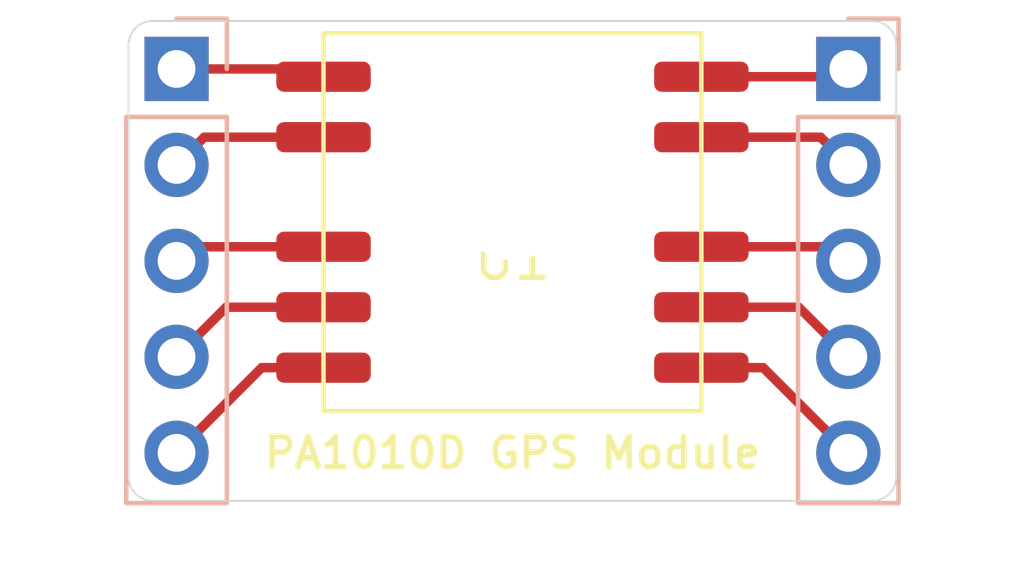
<source format=kicad_pcb>
(kicad_pcb (version 20171130) (host pcbnew "(5.1.10)-1")

  (general
    (thickness 1.6)
    (drawings 9)
    (tracks 20)
    (zones 0)
    (modules 3)
    (nets 11)
  )

  (page A4)
  (layers
    (0 F.Cu signal)
    (31 B.Cu signal)
    (32 B.Adhes user)
    (33 F.Adhes user)
    (34 B.Paste user)
    (35 F.Paste user)
    (36 B.SilkS user)
    (37 F.SilkS user)
    (38 B.Mask user)
    (39 F.Mask user)
    (40 Dwgs.User user)
    (41 Cmts.User user)
    (42 Eco1.User user)
    (43 Eco2.User user)
    (44 Edge.Cuts user)
    (45 Margin user)
    (46 B.CrtYd user)
    (47 F.CrtYd user)
    (48 B.Fab user)
    (49 F.Fab user)
  )

  (setup
    (last_trace_width 0.25)
    (trace_clearance 0.2)
    (zone_clearance 0.508)
    (zone_45_only no)
    (trace_min 0.2)
    (via_size 0.8)
    (via_drill 0.4)
    (via_min_size 0.4)
    (via_min_drill 0.3)
    (uvia_size 0.3)
    (uvia_drill 0.1)
    (uvias_allowed no)
    (uvia_min_size 0.2)
    (uvia_min_drill 0.1)
    (edge_width 0.05)
    (segment_width 0.2)
    (pcb_text_width 0.3)
    (pcb_text_size 1.5 1.5)
    (mod_edge_width 0.12)
    (mod_text_size 1 1)
    (mod_text_width 0.15)
    (pad_size 1.524 1.524)
    (pad_drill 0.762)
    (pad_to_mask_clearance 0)
    (aux_axis_origin 0 0)
    (visible_elements FFFFFF7F)
    (pcbplotparams
      (layerselection 0x010fc_ffffffff)
      (usegerberextensions false)
      (usegerberattributes true)
      (usegerberadvancedattributes true)
      (creategerberjobfile true)
      (excludeedgelayer true)
      (linewidth 0.100000)
      (plotframeref false)
      (viasonmask false)
      (mode 1)
      (useauxorigin false)
      (hpglpennumber 1)
      (hpglpenspeed 20)
      (hpglpendiameter 15.000000)
      (psnegative false)
      (psa4output false)
      (plotreference true)
      (plotvalue true)
      (plotinvisibletext false)
      (padsonsilk false)
      (subtractmaskfromsilk false)
      (outputformat 1)
      (mirror false)
      (drillshape 1)
      (scaleselection 1)
      (outputdirectory ""))
  )

  (net 0 "")
  (net 1 "Net-(J1-Pad5)")
  (net 2 "Net-(J1-Pad4)")
  (net 3 "Net-(J1-Pad3)")
  (net 4 "Net-(J1-Pad2)")
  (net 5 "Net-(J1-Pad1)")
  (net 6 "Net-(J2-Pad5)")
  (net 7 "Net-(J2-Pad4)")
  (net 8 "Net-(J2-Pad3)")
  (net 9 "Net-(J2-Pad2)")
  (net 10 "Net-(J2-Pad1)")

  (net_class Default "This is the default net class."
    (clearance 0.2)
    (trace_width 0.25)
    (via_dia 0.8)
    (via_drill 0.4)
    (uvia_dia 0.3)
    (uvia_drill 0.1)
    (add_net "Net-(J1-Pad1)")
    (add_net "Net-(J1-Pad2)")
    (add_net "Net-(J1-Pad3)")
    (add_net "Net-(J1-Pad4)")
    (add_net "Net-(J1-Pad5)")
    (add_net "Net-(J2-Pad1)")
    (add_net "Net-(J2-Pad2)")
    (add_net "Net-(J2-Pad3)")
    (add_net "Net-(J2-Pad4)")
    (add_net "Net-(J2-Pad5)")
  )

  (module PA1010D:PA1010D (layer F.Cu) (tedit 618FC127) (tstamp 61901EAC)
    (at 140.97 110.736)
    (path /61903BE1)
    (fp_text reference U1 (at 0 1) (layer F.SilkS)
      (effects (font (size 1 1) (thickness 0.15)))
    )
    (fp_text value PA1010D (at 0 -1) (layer F.Fab)
      (effects (font (size 1 1) (thickness 0.15)))
    )
    (fp_line (start -5 -5) (end 5 -5) (layer F.SilkS) (width 0.12))
    (fp_line (start 5 -5) (end 5 5) (layer F.SilkS) (width 0.12))
    (fp_line (start 5 5) (end -5 5) (layer F.SilkS) (width 0.12))
    (fp_line (start -5 5) (end -5 -5) (layer F.SilkS) (width 0.12))
    (pad "" np_thru_hole circle (at 0 -0.5) (size 3 3) (drill 3) (layers *.Cu *.Mask))
    (pad 10 smd roundrect (at 5 -3.85) (size 2.5 0.8) (layers F.Cu F.Paste F.Mask) (roundrect_rratio 0.25)
      (net 10 "Net-(J2-Pad1)"))
    (pad 9 smd roundrect (at 5 -2.25) (size 2.5 0.8) (layers F.Cu F.Paste F.Mask) (roundrect_rratio 0.25)
      (net 9 "Net-(J2-Pad2)"))
    (pad 8 smd roundrect (at 5 0.65) (size 2.5 0.8) (layers F.Cu F.Paste F.Mask) (roundrect_rratio 0.25)
      (net 8 "Net-(J2-Pad3)"))
    (pad 7 smd roundrect (at 5 2.25) (size 2.5 0.8) (layers F.Cu F.Paste F.Mask) (roundrect_rratio 0.25)
      (net 7 "Net-(J2-Pad4)"))
    (pad 6 smd roundrect (at 5 3.85) (size 2.5 0.8) (layers F.Cu F.Paste F.Mask) (roundrect_rratio 0.25)
      (net 6 "Net-(J2-Pad5)"))
    (pad 5 smd roundrect (at -5 3.85) (size 2.5 0.8) (layers F.Cu F.Paste F.Mask) (roundrect_rratio 0.25)
      (net 1 "Net-(J1-Pad5)"))
    (pad 4 smd roundrect (at -5 2.25) (size 2.5 0.8) (layers F.Cu F.Paste F.Mask) (roundrect_rratio 0.25)
      (net 2 "Net-(J1-Pad4)"))
    (pad 3 smd roundrect (at -5 0.65) (size 2.5 0.8) (layers F.Cu F.Paste F.Mask) (roundrect_rratio 0.25)
      (net 3 "Net-(J1-Pad3)"))
    (pad 2 smd roundrect (at -5 -2.25) (size 2.5 0.8) (layers F.Cu F.Paste F.Mask) (roundrect_rratio 0.25)
      (net 4 "Net-(J1-Pad2)"))
    (pad 1 smd roundrect (at -5 -3.85) (size 2.5 0.8) (layers F.Cu F.Paste F.Mask) (roundrect_rratio 0.25)
      (net 5 "Net-(J1-Pad1)"))
  )

  (module Connector_PinHeader_2.54mm:PinHeader_1x05_P2.54mm_Vertical (layer B.Cu) (tedit 59FED5CC) (tstamp 61901E99)
    (at 149.86 106.68 180)
    (descr "Through hole straight pin header, 1x05, 2.54mm pitch, single row")
    (tags "Through hole pin header THT 1x05 2.54mm single row")
    (path /61905E15)
    (fp_text reference J2 (at 0 2.33) (layer B.SilkS) hide
      (effects (font (size 1 1) (thickness 0.15)) (justify mirror))
    )
    (fp_text value Conn_01x05 (at 0 -12.49) (layer B.Fab)
      (effects (font (size 1 1) (thickness 0.15)) (justify mirror))
    )
    (fp_text user %R (at 0 -5.08 270) (layer B.Fab)
      (effects (font (size 1 1) (thickness 0.15)) (justify mirror))
    )
    (fp_line (start -0.635 1.27) (end 1.27 1.27) (layer B.Fab) (width 0.1))
    (fp_line (start 1.27 1.27) (end 1.27 -11.43) (layer B.Fab) (width 0.1))
    (fp_line (start 1.27 -11.43) (end -1.27 -11.43) (layer B.Fab) (width 0.1))
    (fp_line (start -1.27 -11.43) (end -1.27 0.635) (layer B.Fab) (width 0.1))
    (fp_line (start -1.27 0.635) (end -0.635 1.27) (layer B.Fab) (width 0.1))
    (fp_line (start -1.33 -11.49) (end 1.33 -11.49) (layer B.SilkS) (width 0.12))
    (fp_line (start -1.33 -1.27) (end -1.33 -11.49) (layer B.SilkS) (width 0.12))
    (fp_line (start 1.33 -1.27) (end 1.33 -11.49) (layer B.SilkS) (width 0.12))
    (fp_line (start -1.33 -1.27) (end 1.33 -1.27) (layer B.SilkS) (width 0.12))
    (fp_line (start -1.33 0) (end -1.33 1.33) (layer B.SilkS) (width 0.12))
    (fp_line (start -1.33 1.33) (end 0 1.33) (layer B.SilkS) (width 0.12))
    (fp_line (start -1.8 1.8) (end -1.8 -11.95) (layer B.CrtYd) (width 0.05))
    (fp_line (start -1.8 -11.95) (end 1.8 -11.95) (layer B.CrtYd) (width 0.05))
    (fp_line (start 1.8 -11.95) (end 1.8 1.8) (layer B.CrtYd) (width 0.05))
    (fp_line (start 1.8 1.8) (end -1.8 1.8) (layer B.CrtYd) (width 0.05))
    (pad 5 thru_hole oval (at 0 -10.16 180) (size 1.7 1.7) (drill 1) (layers *.Cu *.Mask)
      (net 6 "Net-(J2-Pad5)"))
    (pad 4 thru_hole oval (at 0 -7.62 180) (size 1.7 1.7) (drill 1) (layers *.Cu *.Mask)
      (net 7 "Net-(J2-Pad4)"))
    (pad 3 thru_hole oval (at 0 -5.08 180) (size 1.7 1.7) (drill 1) (layers *.Cu *.Mask)
      (net 8 "Net-(J2-Pad3)"))
    (pad 2 thru_hole oval (at 0 -2.54 180) (size 1.7 1.7) (drill 1) (layers *.Cu *.Mask)
      (net 9 "Net-(J2-Pad2)"))
    (pad 1 thru_hole rect (at 0 0 180) (size 1.7 1.7) (drill 1) (layers *.Cu *.Mask)
      (net 10 "Net-(J2-Pad1)"))
    (model ${KISYS3DMOD}/Connector_PinHeader_2.54mm.3dshapes/PinHeader_1x05_P2.54mm_Vertical.wrl
      (at (xyz 0 0 0))
      (scale (xyz 1 1 1))
      (rotate (xyz 0 0 0))
    )
  )

  (module Connector_PinHeader_2.54mm:PinHeader_1x05_P2.54mm_Vertical (layer B.Cu) (tedit 59FED5CC) (tstamp 61901E80)
    (at 132.08 106.68 180)
    (descr "Through hole straight pin header, 1x05, 2.54mm pitch, single row")
    (tags "Through hole pin header THT 1x05 2.54mm single row")
    (path /61904C5E)
    (fp_text reference J1 (at 0 2.33) (layer B.SilkS) hide
      (effects (font (size 1 1) (thickness 0.15)) (justify mirror))
    )
    (fp_text value Conn_01x05 (at 0 -12.49) (layer B.Fab)
      (effects (font (size 1 1) (thickness 0.15)) (justify mirror))
    )
    (fp_text user %R (at 0 -5.08 270) (layer B.Fab)
      (effects (font (size 1 1) (thickness 0.15)) (justify mirror))
    )
    (fp_line (start -0.635 1.27) (end 1.27 1.27) (layer B.Fab) (width 0.1))
    (fp_line (start 1.27 1.27) (end 1.27 -11.43) (layer B.Fab) (width 0.1))
    (fp_line (start 1.27 -11.43) (end -1.27 -11.43) (layer B.Fab) (width 0.1))
    (fp_line (start -1.27 -11.43) (end -1.27 0.635) (layer B.Fab) (width 0.1))
    (fp_line (start -1.27 0.635) (end -0.635 1.27) (layer B.Fab) (width 0.1))
    (fp_line (start -1.33 -11.49) (end 1.33 -11.49) (layer B.SilkS) (width 0.12))
    (fp_line (start -1.33 -1.27) (end -1.33 -11.49) (layer B.SilkS) (width 0.12))
    (fp_line (start 1.33 -1.27) (end 1.33 -11.49) (layer B.SilkS) (width 0.12))
    (fp_line (start -1.33 -1.27) (end 1.33 -1.27) (layer B.SilkS) (width 0.12))
    (fp_line (start -1.33 0) (end -1.33 1.33) (layer B.SilkS) (width 0.12))
    (fp_line (start -1.33 1.33) (end 0 1.33) (layer B.SilkS) (width 0.12))
    (fp_line (start -1.8 1.8) (end -1.8 -11.95) (layer B.CrtYd) (width 0.05))
    (fp_line (start -1.8 -11.95) (end 1.8 -11.95) (layer B.CrtYd) (width 0.05))
    (fp_line (start 1.8 -11.95) (end 1.8 1.8) (layer B.CrtYd) (width 0.05))
    (fp_line (start 1.8 1.8) (end -1.8 1.8) (layer B.CrtYd) (width 0.05))
    (pad 5 thru_hole oval (at 0 -10.16 180) (size 1.7 1.7) (drill 1) (layers *.Cu *.Mask)
      (net 1 "Net-(J1-Pad5)"))
    (pad 4 thru_hole oval (at 0 -7.62 180) (size 1.7 1.7) (drill 1) (layers *.Cu *.Mask)
      (net 2 "Net-(J1-Pad4)"))
    (pad 3 thru_hole oval (at 0 -5.08 180) (size 1.7 1.7) (drill 1) (layers *.Cu *.Mask)
      (net 3 "Net-(J1-Pad3)"))
    (pad 2 thru_hole oval (at 0 -2.54 180) (size 1.7 1.7) (drill 1) (layers *.Cu *.Mask)
      (net 4 "Net-(J1-Pad2)"))
    (pad 1 thru_hole rect (at 0 0 180) (size 1.7 1.7) (drill 1) (layers *.Cu *.Mask)
      (net 5 "Net-(J1-Pad1)"))
    (model ${KISYS3DMOD}/Connector_PinHeader_2.54mm.3dshapes/PinHeader_1x05_P2.54mm_Vertical.wrl
      (at (xyz 0 0 0))
      (scale (xyz 1 1 1))
      (rotate (xyz 0 0 0))
    )
  )

  (gr_text "PA1010D GPS Module" (at 140.97 116.84) (layer F.SilkS)
    (effects (font (size 0.8 0.8) (thickness 0.15)))
  )
  (gr_arc (start 131.445 106.045) (end 131.445 105.41) (angle -90) (layer Edge.Cuts) (width 0.05) (tstamp 61902115))
  (gr_arc (start 150.495 106.045) (end 151.13 106.045) (angle -90) (layer Edge.Cuts) (width 0.05) (tstamp 61902115))
  (gr_arc (start 150.495 117.475) (end 150.495 118.11) (angle -90) (layer Edge.Cuts) (width 0.05) (tstamp 61902115))
  (gr_arc (start 131.445 117.475) (end 130.81 117.475) (angle -90) (layer Edge.Cuts) (width 0.05))
  (gr_line (start 130.81 117.475) (end 130.81 106.045) (layer Edge.Cuts) (width 0.05))
  (gr_line (start 150.495 118.11) (end 131.445 118.11) (layer Edge.Cuts) (width 0.05))
  (gr_line (start 151.13 106.045) (end 151.13 117.475) (layer Edge.Cuts) (width 0.05))
  (gr_line (start 131.445 105.41) (end 150.495 105.41) (layer Edge.Cuts) (width 0.05))

  (segment (start 134.334 114.586) (end 132.08 116.84) (width 0.25) (layer F.Cu) (net 1))
  (segment (start 135.97 114.586) (end 134.334 114.586) (width 0.25) (layer F.Cu) (net 1))
  (segment (start 133.394 112.986) (end 132.08 114.3) (width 0.25) (layer F.Cu) (net 2))
  (segment (start 135.97 112.986) (end 133.394 112.986) (width 0.25) (layer F.Cu) (net 2))
  (segment (start 132.454 111.386) (end 132.08 111.76) (width 0.25) (layer F.Cu) (net 3))
  (segment (start 135.97 111.386) (end 132.454 111.386) (width 0.25) (layer F.Cu) (net 3))
  (segment (start 132.814 108.486) (end 132.08 109.22) (width 0.25) (layer F.Cu) (net 4))
  (segment (start 135.97 108.486) (end 132.814 108.486) (width 0.25) (layer F.Cu) (net 4))
  (segment (start 135.764 106.68) (end 135.97 106.886) (width 0.25) (layer F.Cu) (net 5))
  (segment (start 132.08 106.68) (end 135.764 106.68) (width 0.25) (layer F.Cu) (net 5))
  (segment (start 147.606 114.586) (end 149.86 116.84) (width 0.25) (layer F.Cu) (net 6))
  (segment (start 145.97 114.586) (end 147.606 114.586) (width 0.25) (layer F.Cu) (net 6))
  (segment (start 148.546 112.986) (end 149.86 114.3) (width 0.25) (layer F.Cu) (net 7))
  (segment (start 145.97 112.986) (end 148.546 112.986) (width 0.25) (layer F.Cu) (net 7))
  (segment (start 149.486 111.386) (end 149.86 111.76) (width 0.25) (layer F.Cu) (net 8))
  (segment (start 145.97 111.386) (end 149.486 111.386) (width 0.25) (layer F.Cu) (net 8))
  (segment (start 149.126 108.486) (end 149.86 109.22) (width 0.25) (layer F.Cu) (net 9))
  (segment (start 145.97 108.486) (end 149.126 108.486) (width 0.25) (layer F.Cu) (net 9))
  (segment (start 149.654 106.886) (end 149.86 106.68) (width 0.25) (layer F.Cu) (net 10))
  (segment (start 145.97 106.886) (end 149.654 106.886) (width 0.25) (layer F.Cu) (net 10))

)

</source>
